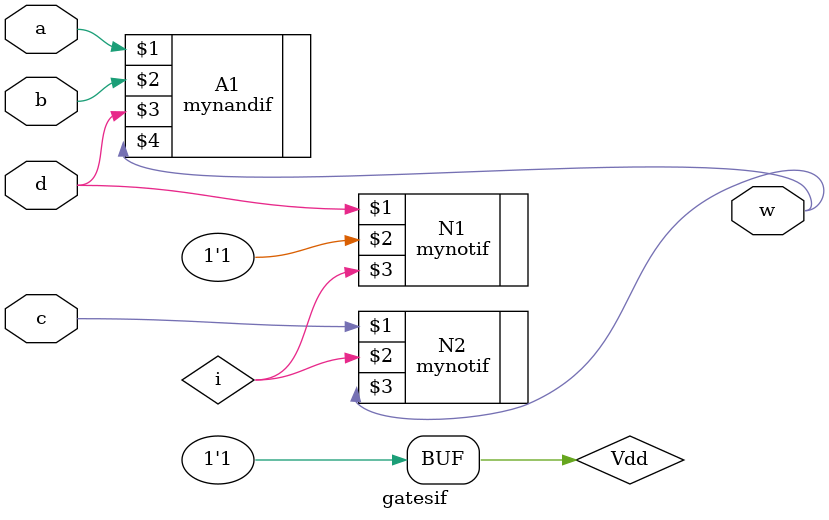
<source format=sv>
`timescale 1ns/1ns
module gatesif (input a,b,c,d, output w);
	wire i;
	supply1 Vdd;
	mynotif N1(d,Vdd,i);
	mynotif N2(c,i,w);
	mynandif A1(a,b,d,w);
	
endmodule
</source>
